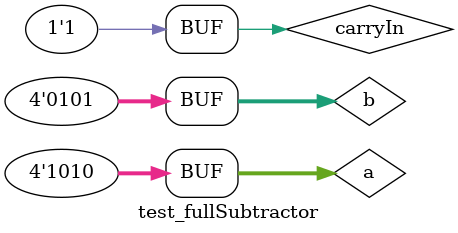
<source format=v>




module fullSubtractor (output s, output carryOut,  input a, input b, input carryIn); 

	
  wire tmp1, tmp2, tmp3;
  
//-- portas 

  xor (tmp1, a, b);   
  and (tmp3, ~a , b );
  
  and (tmp2, ~tmp1 , carryIn);  
  
  xor (s , tmp1 , carryIn);
  or (carryOut ,tmp2 ,tmp3 );

endmodule //-- fullAdder

// ------------------------- 
// 4bit full subtractor 
// ------------------------- 
module fourBitFullSubtractor(s, carryOut, x, y, carryIn);
  
  output [3:0] s;
  output carryOut;
  input  [3:0] x, y;
  input carryIn;
  wire c1, c2, c3;
  
  //-- portas 
  
  fullSubtractor FULLSUBTRACTOR0(s[0], c1, x[0], y[0], carryIn);
  fullSubtractor FULLSUBTRACTOR1(s[1], c2, x[1], y[1], c1);
  fullSubtractor FULLSUBTRACTOR2(s[2], c3, x[2], y[2], c2);
  fullSubtractor FULLSUBTRACTOR3(s[3], carryOut, x[3], y[3], c3);
  
endmodule //-- fourbitFullAdder
 

module test_fullSubtractor; 
// ------------------------- definir dados 
reg [3:0] a; 
reg [3:0] b; 
reg carryIn; 
wire [3:0] soma;
wire carryOut; 

fourBitFullSubtractor FOURBITFULLSUBTRACTOR0(soma, carryOut, a, b, carryIn);

// ------------------------- parte principal 
  initial
  begin
  $display("Exemplo0022 - Rayan Darwin - 412770"); 
  $display("Test ALU's Full Subtractor:"); 
 
  //-- Mostrar testes
 
  $monitor($time," a = %b b = %b carry in= %b *** carry out = %b Soma = %b\n" , a , b , carryIn,carryOut,soma);
  end
  
  //-- Entradas
  initial
  begin
  a = 4'd2;b = 4'd4; carryIn = 1'b0;


  #5 a = 4'd2;b = 4'd4;
  #5 a = 4'd6;b = 4'd8;
  #5 a = 4'd1;b = 4'd3;
  #5 a = 4'd5;b = 4'd7;
  #5 a = 4'd10;b = 4'd5;
  carryIn = 1'b1;


  end
endmodule //-- test_fullAdder 
</source>
